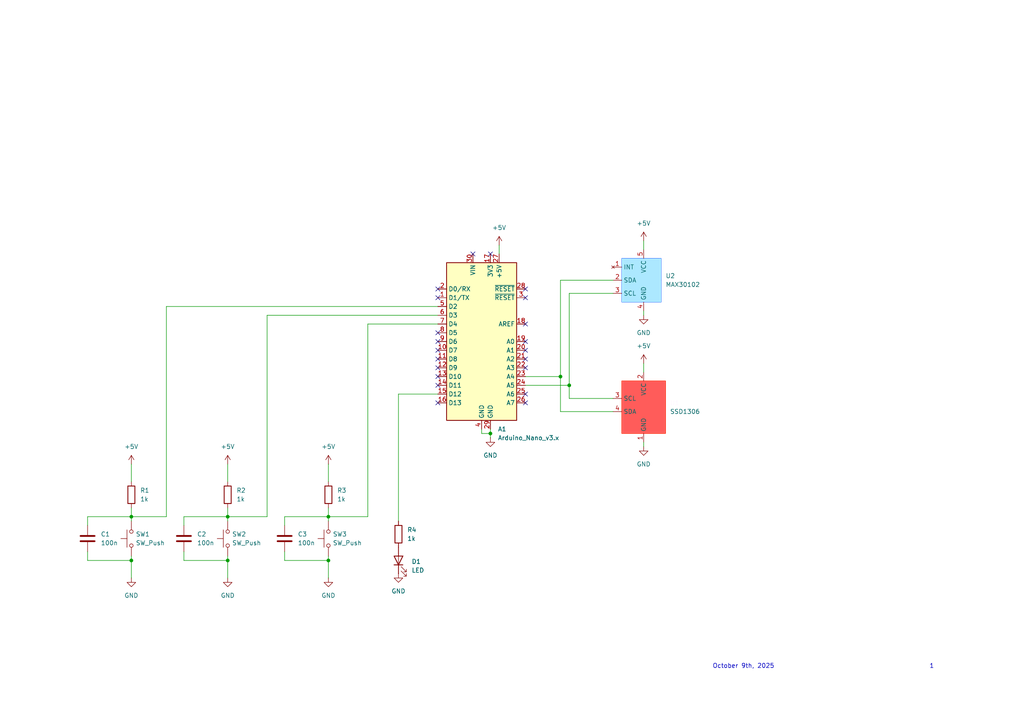
<source format=kicad_sch>
(kicad_sch (version 20250114) (generator "eeschema") (generator_version "9.0")
  (paper "A4")
  (lib_symbols
    (symbol "Device:C" (pin_numbers (hide yes)) (pin_names (offset 0.254))
      (property "Reference" "C" (at 0.635 2.54 0))
      (property "Value" "C" (at 0.635 -2.54 0))
      (symbol "C_0_1"
        (polyline (pts (xy -2.032 0.762) (xy 2.032 0.762)) (stroke (width 0.508)))
        (polyline (pts (xy -2.032 -0.762) (xy 2.032 -0.762)) (stroke (width 0.508)))
      )
      (symbol "C_1_1"
        (pin passive line (at 0 3.81 270) (length 2.794) (name "~") (number "1"))
        (pin passive line (at 0 -3.81 90) (length 2.794) (name "~") (number "2"))
      )
    )
    (symbol "Device:LED" (pin_numbers (hide yes)) (pin_names (offset 1.016) (hide yes))
      (property "Reference" "D" (at 0 2.54 0))
      (property "Value" "LED" (at 0 -2.54 0))
      (symbol "LED_0_1"
        (polyline (pts (xy -3.048 -0.762) (xy -4.572 -2.286) (xy -3.81 -2.286) (xy -4.572 -2.286) (xy -4.572 -1.524)))
        (polyline (pts (xy -1.778 -0.762) (xy -3.302 -2.286) (xy -2.54 -2.286) (xy -3.302 -2.286) (xy -3.302 -1.524)))
        (polyline (pts (xy -1.27 0) (xy 1.27 0)))
        (polyline (pts (xy -1.27 -1.27) (xy -1.27 1.27)) (stroke (width 0.254)))
        (polyline (pts (xy 1.27 -1.27) (xy 1.27 1.27) (xy -1.27 0) (xy 1.27 -1.27)) (stroke (width 0.254)))
      )
      (symbol "LED_1_1"
        (pin passive line (at -3.81 0 0) (length 2.54) (name "K") (number "1"))
        (pin passive line (at 3.81 0 180) (length 2.54) (name "A") (number "2"))
      )
    )
    (symbol "Device:R" (pin_numbers (hide yes)) (pin_names (offset 0))
      (property "Reference" "R" (at 2.032 0 90))
      (property "Value" "R" (at 0 0 90))
      (symbol "R_0_1"
        (rectangle (start -1.016 -2.54) (end 1.016 2.54) (stroke (width 0.254)))
      )
      (symbol "R_1_1"
        (pin passive line (at 0 3.81 270) (length 1.27) (name "~") (number "1"))
        (pin passive line (at 0 -3.81 90) (length 1.27) (name "~") (number "2"))
      )
    )
    (symbol "MCU_Module:Arduino_Nano_v3.x"
      (property "Reference" "A" (at -10.16 23.495 0))
      (property "Value" "Arduino_Nano_v3.x" (at 5.08 -24.13 0))
      (symbol "Arduino_Nano_v3.x_0_1"
        (rectangle (start -10.16 22.86) (end 10.16 -22.86) (stroke (width 0.254)) (fill (type background)))
      )
      (symbol "Arduino_Nano_v3.x_1_1"
        (pin bidirectional line (at -12.7 15.24 0) (length 2.54) (name "D0/RX") (number "2"))
        (pin bidirectional line (at -12.7 12.7 0) (length 2.54) (name "D1/TX") (number "1"))
        (pin bidirectional line (at -12.7 10.16 0) (length 2.54) (name "D2") (number "5"))
        (pin bidirectional line (at -12.7 7.62 0) (length 2.54) (name "D3") (number "6"))
        (pin bidirectional line (at -12.7 5.08 0) (length 2.54) (name "D4") (number "7"))
        (pin bidirectional line (at -12.7 2.54 0) (length 2.54) (name "D5") (number "8"))
        (pin bidirectional line (at -12.7 0 0) (length 2.54) (name "D6") (number "9"))
        (pin bidirectional line (at -12.7 -2.54 0) (length 2.54) (name "D7") (number "10"))
        (pin bidirectional line (at -12.7 -5.08 0) (length 2.54) (name "D8") (number "11"))
        (pin bidirectional line (at -12.7 -7.62 0) (length 2.54) (name "D9") (number "12"))
        (pin bidirectional line (at -12.7 -10.16 0) (length 2.54) (name "D10") (number "13"))
        (pin bidirectional line (at -12.7 -12.7 0) (length 2.54) (name "D11") (number "14"))
        (pin bidirectional line (at -12.7 -15.24 0) (length 2.54) (name "D12") (number "15"))
        (pin bidirectional line (at -12.7 -17.78 0) (length 2.54) (name "D13") (number "16"))
        (pin power_in line (at -2.54 25.4 270) (length 2.54) (name "VIN") (number "30"))
        (pin power_in line (at 0 -25.4 90) (length 2.54) (name "GND") (number "4"))
        (pin power_out line (at 2.54 25.4 270) (length 2.54) (name "3V3") (number "17"))
        (pin power_in line (at 2.54 -25.4 90) (length 2.54) (name "GND") (number "29"))
        (pin power_out line (at 5.08 25.4 270) (length 2.54) (name "+5V") (number "27"))
        (pin input line (at 12.7 15.24 180) (length 2.54) (name "~{RESET}") (number "28"))
        (pin input line (at 12.7 12.7 180) (length 2.54) (name "~{RESET}") (number "3"))
        (pin input line (at 12.7 5.08 180) (length 2.54) (name "AREF") (number "18"))
        (pin bidirectional line (at 12.7 0 180) (length 2.54) (name "A0") (number "19"))
        (pin bidirectional line (at 12.7 -2.54 180) (length 2.54) (name "A1") (number "20"))
        (pin bidirectional line (at 12.7 -5.08 180) (length 2.54) (name "A2") (number "21"))
        (pin bidirectional line (at 12.7 -7.62 180) (length 2.54) (name "A3") (number "22"))
        (pin bidirectional line (at 12.7 -10.16 180) (length 2.54) (name "A4") (number "23"))
        (pin bidirectional line (at 12.7 -12.7 180) (length 2.54) (name "A5") (number "24"))
        (pin bidirectional line (at 12.7 -15.24 180) (length 2.54) (name "A6") (number "25"))
        (pin bidirectional line (at 12.7 -17.78 180) (length 2.54) (name "A7") (number "26"))
      )
    )
    (symbol "Switch:SW_Push" (pin_numbers (hide yes)) (pin_names (offset 1.016) (hide yes))
      (property "Reference" "SW" (at 1.27 2.54 0))
      (property "Value" "SW_Push" (at 0 -1.524 0))
      (symbol "SW_Push_0_1"
        (circle (center -2.032 0) (radius 0.508))
        (polyline (pts (xy 0 1.27) (xy 0 3.048)))
        (circle (center 2.032 0) (radius 0.508))
        (polyline (pts (xy 2.54 1.27) (xy -2.54 1.27)))
        (pin passive line (at -5.08 0 0) (length 2.54) (name "1") (number "1"))
        (pin passive line (at 5.08 0 180) (length 2.54) (name "2") (number "2"))
      )
    )
    (symbol "power:+5V" (power) (pin_numbers (hide yes)) (pin_names (offset 0) (hide yes))
      (property "Value" "+5V" (at 0 3.556 0))
      (symbol "+5V_0_1"
        (polyline (pts (xy -0.762 1.27) (xy 0 2.54)))
        (polyline (pts (xy 0 2.54) (xy 0.762 1.27)))
        (polyline (pts (xy 0 0) (xy 0 2.54)))
      )
      (symbol "+5V_1_1"
        (pin power_in line (at 0 0 90) (length 0) (name "~") (number "1"))
      )
    )
    (symbol "power:GND" (power) (pin_numbers (hide yes)) (pin_names (offset 0) (hide yes))
      (property "Value" "GND" (at 0 -3.81 0))
      (symbol "GND_0_1"
        (polyline (pts (xy 0 0) (xy 0 -1.27) (xy 1.27 -1.27) (xy 0 -2.54) (xy -1.27 -1.27) (xy 0 -1.27)))
      )
      (symbol "GND_1_1"
        (pin power_in line (at 0 0 270) (length 0) (name "~") (number "1"))
      )
    )
    (symbol "spo2_stuff:MAX30102_module"
      (property "Reference" "U" (at 0 0 0))
      (property "Value" "MAX30102" (at 11.684 0 0))
      (symbol "MAX30102_module_0_1"
        (rectangle (start 5.08 0) (end 5.08 0))
      )
      (symbol "MAX30102_module_1_1"
        (rectangle (start -6.35 6.35) (end 5.08 -6.35) (stroke (width 0) (color 73 133 255 1)) (fill (type color) (color 172 232 255 1)))
        (pin no_connect line (at -8.89 3.81 0) (length 2.54) (name "INT") (number "1"))
        (pin bidirectional line (at -8.89 0 0) (length 2.54) (name "SDA") (number "2"))
        (pin input line (at -8.89 -3.81 0) (length 2.54) (name "SCL") (number "3"))
        (pin power_in line (at 0 8.89 270) (length 2.54) (name "VCC") (number "5"))
        (pin power_in line (at 0 -8.89 90) (length 2.54) (name "GND") (number "4"))
      )
    )
    (symbol "spo2_stuff:SSD1306"
      (property "Reference" "U" (at 0 0 0))
      (property "Value" "SSD1306" (at 11.938 0 0))
      (symbol "SSD1306_1_1"
        (rectangle (start -6.35 7.62) (end 6.35 -7.62) (stroke (width 0) (color 255 32 0 1)) (fill (type color) (color 255 92 90 1)))
        (pin input line (at -8.89 2.54 0) (length 2.54) (name "SCL") (number "3"))
        (pin bidirectional line (at -8.89 -1.27 0) (length 2.54) (name "SDA") (number "4"))
        (pin power_in line (at 0 10.16 270) (length 2.54) (name "VCC") (number "2"))
        (pin power_in line (at 0 -10.16 90) (length 2.54) (name "GND") (number "1"))
      )
    )
  )
  (text "1" (at 270.256 193.294 0) (effects (font (size 1.27 1.27))))
  (text "October 9th, 2025" (at 215.646 193.294 0) (effects (font (size 1.27 1.27))))
  (junction (at 165.1 111.76))
  (junction (at 142.24 125.73))
  (junction (at 95.25 149.86))
  (junction (at 162.56 109.22))
  (junction (at 38.1 162.56))
  (junction (at 95.25 162.56))
  (junction (at 66.04 162.56))
  (junction (at 38.1 149.86))
  (junction (at 66.04 149.86))
  (no_connect (at 127 99.06))
  (no_connect (at 152.4 104.14))
  (no_connect (at 127 86.36))
  (no_connect (at 127 111.76))
  (no_connect (at 127 104.14))
  (no_connect (at 127 101.6))
  (no_connect (at 127 83.82))
  (no_connect (at 127 96.52))
  (no_connect (at 152.4 86.36))
  (no_connect (at 152.4 83.82))
  (no_connect (at 152.4 101.6))
  (no_connect (at 152.4 99.06))
  (no_connect (at 127 106.68))
  (no_connect (at 142.24 73.66))
  (no_connect (at 127 116.84))
  (no_connect (at 152.4 106.68))
  (no_connect (at 152.4 93.98))
  (no_connect (at 152.4 114.3))
  (no_connect (at 127 109.22))
  (no_connect (at 137.16 73.66))
  (no_connect (at 152.4 116.84))
  (wire (pts (xy 95.25 134.62) (xy 95.25 139.7)))
  (wire (pts (xy 53.34 160.02) (xy 53.34 162.56)))
  (wire (pts (xy 165.1 115.57) (xy 177.8 115.57)))
  (wire (pts (xy 82.55 160.02) (xy 82.55 162.56)))
  (wire (pts (xy 38.1 162.56) (xy 38.1 167.64)))
  (wire (pts (xy 115.57 114.3) (xy 127 114.3)))
  (wire (pts (xy 95.25 147.32) (xy 95.25 149.86)))
  (wire (pts (xy 66.04 149.86) (xy 77.47 149.86)))
  (wire (pts (xy 115.57 151.13) (xy 115.57 114.3)))
  (wire (pts (xy 66.04 161.29) (xy 66.04 162.56)))
  (wire (pts (xy 152.4 109.22) (xy 162.56 109.22)))
  (wire (pts (xy 142.24 124.46) (xy 142.24 125.73)))
  (wire (pts (xy 48.26 88.9) (xy 127 88.9)))
  (wire (pts (xy 106.68 149.86) (xy 106.68 93.98)))
  (wire (pts (xy 165.1 111.76) (xy 165.1 115.57)))
  (wire (pts (xy 38.1 134.62) (xy 38.1 139.7)))
  (wire (pts (xy 162.56 119.38) (xy 177.8 119.38)))
  (wire (pts (xy 38.1 161.29) (xy 38.1 162.56)))
  (wire (pts (xy 186.69 90.17) (xy 186.69 91.44)))
  (wire (pts (xy 77.47 149.86) (xy 77.47 91.44)))
  (wire (pts (xy 152.4 111.76) (xy 165.1 111.76)))
  (wire (pts (xy 95.25 149.86) (xy 95.25 151.13)))
  (wire (pts (xy 66.04 162.56) (xy 66.04 167.64)))
  (wire (pts (xy 165.1 111.76) (xy 165.1 85.09)))
  (wire (pts (xy 38.1 147.32) (xy 38.1 149.86)))
  (wire (pts (xy 38.1 149.86) (xy 48.26 149.86)))
  (wire (pts (xy 66.04 134.62) (xy 66.04 139.7)))
  (wire (pts (xy 162.56 109.22) (xy 162.56 119.38)))
  (wire (pts (xy 53.34 152.4) (xy 53.34 149.86)))
  (wire (pts (xy 95.25 161.29) (xy 95.25 162.56)))
  (wire (pts (xy 95.25 149.86) (xy 106.68 149.86)))
  (wire (pts (xy 82.55 162.56) (xy 95.25 162.56)))
  (wire (pts (xy 25.4 152.4) (xy 25.4 149.86)))
  (wire (pts (xy 48.26 149.86) (xy 48.26 88.9)))
  (wire (pts (xy 38.1 149.86) (xy 38.1 151.13)))
  (wire (pts (xy 162.56 81.28) (xy 177.8 81.28)))
  (wire (pts (xy 82.55 149.86) (xy 95.25 149.86)))
  (wire (pts (xy 106.68 93.98) (xy 127 93.98)))
  (wire (pts (xy 25.4 149.86) (xy 38.1 149.86)))
  (wire (pts (xy 139.7 125.73) (xy 142.24 125.73)))
  (wire (pts (xy 77.47 91.44) (xy 127 91.44)))
  (wire (pts (xy 165.1 85.09) (xy 177.8 85.09)))
  (wire (pts (xy 142.24 125.73) (xy 142.24 127)))
  (wire (pts (xy 25.4 160.02) (xy 25.4 162.56)))
  (wire (pts (xy 144.78 71.12) (xy 144.78 73.66)))
  (wire (pts (xy 95.25 162.56) (xy 95.25 167.64)))
  (wire (pts (xy 139.7 124.46) (xy 139.7 125.73)))
  (wire (pts (xy 53.34 149.86) (xy 66.04 149.86)))
  (wire (pts (xy 66.04 147.32) (xy 66.04 149.86)))
  (wire (pts (xy 186.69 69.85) (xy 186.69 72.39)))
  (wire (pts (xy 53.34 162.56) (xy 66.04 162.56)))
  (wire (pts (xy 186.69 128.27) (xy 186.69 129.54)))
  (wire (pts (xy 25.4 162.56) (xy 38.1 162.56)))
  (wire (pts (xy 186.69 105.41) (xy 186.69 107.95)))
  (wire (pts (xy 66.04 149.86) (xy 66.04 151.13)))
  (wire (pts (xy 162.56 109.22) (xy 162.56 81.28)))
  (wire (pts (xy 82.55 152.4) (xy 82.55 149.86)))
  (symbol (lib_id "Device:R") (at 66.04 143.51 0) (unit 1)
    (property "Reference" "R2" (at 68.58 142.2399 0) (effects (justify left)))
    (property "Value" "1k" (at 68.58 144.7799 0) (effects (justify left)))
    (property "Footprint" "Resistor_THT:R_Axial_DIN0207_L6.3mm_D2.5mm_P7.62mm_Horizontal" (effects (hide yes)))
    (property "Description" "Resistor" (effects (hide yes)))
  )
  (symbol (lib_id "power:GND") (at 66.04 167.64 0) (unit 1)
    (property "Reference" "#PWR06" (effects (hide yes)))
    (property "Value" "GND" (at 66.04 172.72 0))
    (property "Description" "Power symbol creates a global label with name \"GND\" , ground" (effects (hide yes)))
  )
  (symbol (lib_id "power:GND") (at 186.69 91.44 0) (unit 1)
    (property "Reference" "#PWR011" (effects (hide yes)))
    (property "Value" "GND" (at 186.69 96.52 0))
    (property "Description" "Power symbol creates a global label with name \"GND\" , ground" (effects (hide yes)))
  )
  (symbol (lib_id "power:GND") (at 142.24 127 0) (unit 1)
    (property "Reference" "#PWR02" (effects (hide yes)))
    (property "Value" "GND" (at 142.24 132.08 0))
    (property "Description" "Power symbol creates a global label with name \"GND\" , ground" (effects (hide yes)))
  )
  (symbol (lib_id "Device:R") (at 115.57 154.94 0) (unit 1)
    (property "Reference" "R4" (at 118.11 153.6699 0) (effects (justify left)))
    (property "Value" "1k" (at 118.11 156.2099 0) (effects (justify left)))
    (property "Footprint" "Resistor_THT:R_Axial_DIN0207_L6.3mm_D2.5mm_P7.62mm_Horizontal" (effects (hide yes)))
    (property "Description" "Resistor" (effects (hide yes)))
  )
  (symbol (lib_id "Switch:SW_Push") (at 38.1 156.21 90) (unit 1)
    (property "Reference" "SW1" (at 39.37 154.9399 90) (effects (justify right)))
    (property "Value" "SW_Push" (at 39.37 157.4799 90) (effects (justify right)))
    (property "Footprint" "Button_Switch_THT:SW_PUSH_6mm" (effects (hide yes)))
    (property "Description" "Push button switch, generic, two pins" (effects (hide yes)))
  )
  (symbol (lib_id "Device:C") (at 53.34 156.21 0) (unit 1)
    (property "Reference" "C2" (at 57.15 154.9399 0) (effects (justify left)))
    (property "Value" "100n" (at 57.15 157.4799 0) (effects (justify left)))
    (property "Footprint" "Capacitor_THT:C_Disc_D4.7mm_W2.5mm_P5.00mm" (effects (hide yes)))
    (property "Description" "Unpolarized capacitor" (effects (hide yes)))
  )
  (symbol (lib_id "Device:C") (at 25.4 156.21 0) (unit 1)
    (property "Reference" "C1" (at 29.21 154.9399 0) (effects (justify left)))
    (property "Value" "100n" (at 29.21 157.4799 0) (effects (justify left)))
    (property "Footprint" "Capacitor_THT:C_Disc_D4.7mm_W2.5mm_P5.00mm" (effects (hide yes)))
    (property "Description" "Unpolarized capacitor" (effects (hide yes)))
  )
  (symbol (lib_id "power:+5V") (at 186.69 69.85 0) (unit 1)
    (property "Reference" "#PWR013" (effects (hide yes)))
    (property "Value" "+5V" (at 186.69 64.77 0))
    (property "Description" "Power symbol creates a global label with name \"+5V\"" (effects (hide yes)))
  )
  (symbol (lib_id "Device:LED") (at 115.57 162.56 90) (unit 1)
    (property "Reference" "D1" (at 119.38 162.8774 90) (effects (justify right)))
    (property "Value" "LED" (at 119.38 165.4174 90) (effects (justify right)))
    (property "Footprint" "LED_THT:LED_D5.0mm" (effects (hide yes)))
    (property "Description" "Light emitting diode" (effects (hide yes)))
    (property "Sim.Pins" "1=K 2=A" (effects (hide yes)))
  )
  (symbol (lib_id "spo2_stuff:SSD1306") (at 186.69 118.11 0) (unit 1)
    (property "Reference" "U1" (at 194.31 116.8399 0) (effects (justify left)))
    (property "Value" "SSD1306" (at 194.31 119.3799 0) (effects (justify left)))
    (property "Footprint" "KiCad Tut:SSD1306" (effects (hide yes)))
  )
  (symbol (lib_id "power:+5V") (at 95.25 134.62 0) (unit 1)
    (property "Reference" "#PWR07" (effects (hide yes)))
    (property "Value" "+5V" (at 95.25 129.54 0))
    (property "Description" "Power symbol creates a global label with name \"+5V\"" (effects (hide yes)))
  )
  (symbol (lib_id "Device:C") (at 82.55 156.21 0) (unit 1)
    (property "Reference" "C3" (at 86.36 154.9399 0) (effects (justify left)))
    (property "Value" "100n" (at 86.36 157.4799 0) (effects (justify left)))
    (property "Footprint" "Capacitor_THT:C_Disc_D4.7mm_W2.5mm_P5.00mm" (effects (hide yes)))
    (property "Description" "Unpolarized capacitor" (effects (hide yes)))
  )
  (symbol (lib_id "power:GND") (at 186.69 129.54 0) (unit 1)
    (property "Reference" "#PWR010" (effects (hide yes)))
    (property "Value" "GND" (at 186.69 134.62 0))
    (property "Description" "Power symbol creates a global label with name \"GND\" , ground" (effects (hide yes)))
  )
  (symbol (lib_id "power:GND") (at 115.57 166.37 0) (unit 1)
    (property "Reference" "#PWR09" (effects (hide yes)))
    (property "Value" "GND" (at 115.57 171.45 0))
    (property "Description" "Power symbol creates a global label with name \"GND\" , ground" (effects (hide yes)))
  )
  (symbol (lib_id "power:+5V") (at 144.78 71.12 0) (unit 1)
    (property "Reference" "#PWR01" (effects (hide yes)))
    (property "Value" "+5V" (at 144.78 66.04 0))
    (property "Description" "Power symbol creates a global label with name \"+5V\"" (effects (hide yes)))
  )
  (symbol (lib_id "MCU_Module:Arduino_Nano_v3.x") (at 139.7 99.06 0) (unit 1)
    (property "Reference" "A1" (at 144.3833 124.46 0) (effects (justify left)))
    (property "Value" "Arduino_Nano_v3.x" (at 144.3833 127 0) (effects (justify left)))
    (property "Footprint" "Module:Arduino_Nano" (effects (hide yes)))
    (property "Datasheet" "http://www.mouser.com/pdfdocs/Gravitech_Arduino_Nano3_0.pdf" (effects (hide yes)))
    (property "Description" "Arduino Nano v3.x" (effects (hide yes)))
  )
  (symbol (lib_id "Device:R") (at 95.25 143.51 0) (unit 1)
    (property "Reference" "R3" (at 97.79 142.2399 0) (effects (justify left)))
    (property "Value" "1k" (at 97.79 144.7799 0) (effects (justify left)))
    (property "Footprint" "Resistor_THT:R_Axial_DIN0207_L6.3mm_D2.5mm_P7.62mm_Horizontal" (effects (hide yes)))
    (property "Description" "Resistor" (effects (hide yes)))
  )
  (symbol (lib_id "Switch:SW_Push") (at 66.04 156.21 90) (unit 1)
    (property "Reference" "SW2" (at 67.31 154.9399 90) (effects (justify right)))
    (property "Value" "SW_Push" (at 67.31 157.4799 90) (effects (justify right)))
    (property "Footprint" "Button_Switch_THT:SW_PUSH_6mm" (effects (hide yes)))
    (property "Description" "Push button switch, generic, two pins" (effects (hide yes)))
  )
  (symbol (lib_id "power:+5V") (at 66.04 134.62 0) (unit 1)
    (property "Reference" "#PWR05" (effects (hide yes)))
    (property "Value" "+5V" (at 66.04 129.54 0))
    (property "Description" "Power symbol creates a global label with name \"+5V\"" (effects (hide yes)))
  )
  (symbol (lib_id "Switch:SW_Push") (at 95.25 156.21 90) (unit 1)
    (property "Reference" "SW3" (at 96.52 154.9399 90) (effects (justify right)))
    (property "Value" "SW_Push" (at 96.52 157.4799 90) (effects (justify right)))
    (property "Footprint" "Button_Switch_THT:SW_PUSH_6mm" (effects (hide yes)))
    (property "Description" "Push button switch, generic, two pins" (effects (hide yes)))
  )
  (symbol (lib_id "power:GND") (at 38.1 167.64 0) (unit 1)
    (property "Reference" "#PWR04" (effects (hide yes)))
    (property "Value" "GND" (at 38.1 172.72 0))
    (property "Description" "Power symbol creates a global label with name \"GND\" , ground" (effects (hide yes)))
  )
  (symbol (lib_id "power:+5V") (at 186.69 105.41 0) (unit 1)
    (property "Reference" "#PWR012" (effects (hide yes)))
    (property "Value" "+5V" (at 186.69 100.33 0))
    (property "Description" "Power symbol creates a global label with name \"+5V\"" (effects (hide yes)))
  )
  (symbol (lib_id "power:+5V") (at 38.1 134.62 0) (unit 1)
    (property "Reference" "#PWR03" (effects (hide yes)))
    (property "Value" "+5V" (at 38.1 129.54 0))
    (property "Description" "Power symbol creates a global label with name \"+5V\"" (effects (hide yes)))
  )
  (symbol (lib_id "spo2_stuff:MAX30102_module") (at 186.69 81.28 0) (unit 1)
    (property "Reference" "U2" (at 193.04 80.0099 0) (effects (justify left)))
    (property "Value" "MAX30102" (at 193.04 82.5499 0) (effects (justify left)))
    (property "Footprint" "KiCad Tut:MAX30102 Module" (effects (hide yes)))
  )
  (symbol (lib_id "power:GND") (at 95.25 167.64 0) (unit 1)
    (property "Reference" "#PWR08" (effects (hide yes)))
    (property "Value" "GND" (at 95.25 172.72 0))
    (property "Description" "Power symbol creates a global label with name \"GND\" , ground" (effects (hide yes)))
  )
  (symbol (lib_id "Device:R") (at 38.1 143.51 0) (unit 1)
    (property "Reference" "R1" (at 40.64 142.2399 0) (effects (justify left)))
    (property "Value" "1k" (at 40.64 144.7799 0) (effects (justify left)))
    (property "Footprint" "Resistor_THT:R_Axial_DIN0207_L6.3mm_D2.5mm_P7.62mm_Horizontal" (effects (hide yes)))
    (property "Description" "Resistor" (effects (hide yes)))
  )
)
</source>
